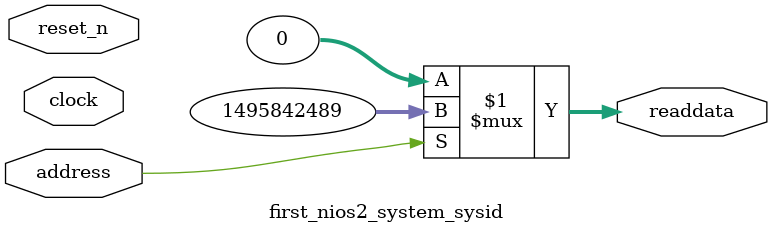
<source format=v>



// synthesis translate_off
`timescale 1ns / 1ps
// synthesis translate_on

// turn off superfluous verilog processor warnings 
// altera message_level Level1 
// altera message_off 10034 10035 10036 10037 10230 10240 10030 

module first_nios2_system_sysid (
               // inputs:
                address,
                clock,
                reset_n,

               // outputs:
                readdata
             )
;

  output  [ 31: 0] readdata;
  input            address;
  input            clock;
  input            reset_n;

  wire    [ 31: 0] readdata;
  //control_slave, which is an e_avalon_slave
  assign readdata = address ? 1495842489 : 0;

endmodule



</source>
